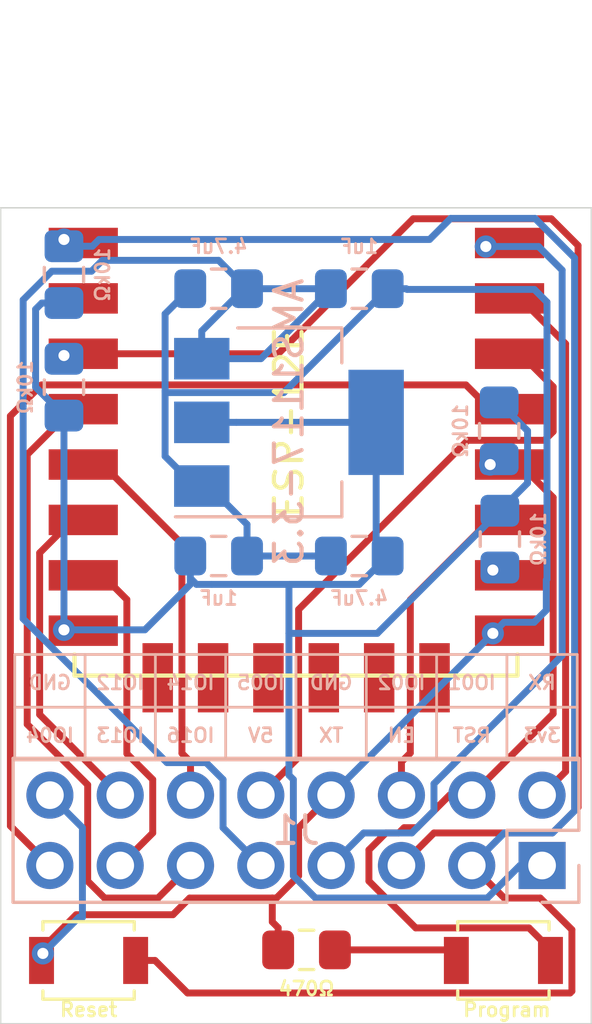
<source format=kicad_pcb>
(kicad_pcb (version 20171130) (host pcbnew "(5.1.4-0)")

  (general
    (thickness 1.6)
    (drawings 33)
    (tracks 211)
    (zones 0)
    (modules 14)
    (nets 18)
  )

  (page A4)
  (layers
    (0 F.Cu signal)
    (31 B.Cu signal)
    (32 B.Adhes user)
    (33 F.Adhes user)
    (34 B.Paste user)
    (35 F.Paste user)
    (36 B.SilkS user)
    (37 F.SilkS user)
    (38 B.Mask user)
    (39 F.Mask user)
    (40 Dwgs.User user)
    (41 Cmts.User user)
    (42 Eco1.User user)
    (43 Eco2.User user)
    (44 Edge.Cuts user)
    (45 Margin user)
    (46 B.CrtYd user)
    (47 F.CrtYd user)
    (48 B.Fab user)
    (49 F.Fab user)
  )

  (setup
    (last_trace_width 0.25)
    (trace_clearance 0.2)
    (zone_clearance 0.508)
    (zone_45_only no)
    (trace_min 0.2)
    (via_size 0.8)
    (via_drill 0.4)
    (via_min_size 0.4)
    (via_min_drill 0.3)
    (uvia_size 0.3)
    (uvia_drill 0.1)
    (uvias_allowed no)
    (uvia_min_size 0.2)
    (uvia_min_drill 0.1)
    (edge_width 0.05)
    (segment_width 0.2)
    (pcb_text_width 0.3)
    (pcb_text_size 1.5 1.5)
    (mod_edge_width 0.12)
    (mod_text_size 1 1)
    (mod_text_width 0.15)
    (pad_size 1.524 1.524)
    (pad_drill 0.762)
    (pad_to_mask_clearance 0.051)
    (solder_mask_min_width 0.25)
    (aux_axis_origin 0 0)
    (visible_elements FFFFFF7F)
    (pcbplotparams
      (layerselection 0x010fc_ffffffff)
      (usegerberextensions false)
      (usegerberattributes false)
      (usegerberadvancedattributes false)
      (creategerberjobfile false)
      (excludeedgelayer true)
      (linewidth 0.100000)
      (plotframeref false)
      (viasonmask false)
      (mode 1)
      (useauxorigin false)
      (hpglpennumber 1)
      (hpglpenspeed 20)
      (hpglpendiameter 15.000000)
      (psnegative false)
      (psa4output false)
      (plotreference true)
      (plotvalue true)
      (plotinvisibletext false)
      (padsonsilk false)
      (subtractmaskfromsilk false)
      (outputformat 1)
      (mirror false)
      (drillshape 1)
      (scaleselection 1)
      (outputdirectory ""))
  )

  (net 0 "")
  (net 1 +5V)
  (net 2 GND)
  (net 3 +3.3V)
  (net 4 "Net-(J1-Pad13)")
  (net 5 "Net-(J1-Pad14)")
  (net 6 "Net-(J1-Pad11)")
  (net 7 "Net-(J1-Pad12)")
  (net 8 "Net-(J1-Pad4)")
  (net 9 "Net-(J1-Pad3)")
  (net 10 "Net-(J1-Pad6)")
  (net 11 "Net-(J1-Pad5)")
  (net 12 "Net-(J1-Pad2)")
  (net 13 "Net-(J1-Pad7)")
  (net 14 "Net-(J1-Pad10)")
  (net 15 "Net-(J1-Pad15)")
  (net 16 "Net-(R4-Pad2)")
  (net 17 "Net-(R5-Pad1)")

  (net_class Default "This is the default net class."
    (clearance 0.2)
    (trace_width 0.25)
    (via_dia 0.8)
    (via_drill 0.4)
    (uvia_dia 0.3)
    (uvia_drill 0.1)
    (add_net +3.3V)
    (add_net +5V)
    (add_net GND)
    (add_net "Net-(J1-Pad10)")
    (add_net "Net-(J1-Pad11)")
    (add_net "Net-(J1-Pad12)")
    (add_net "Net-(J1-Pad13)")
    (add_net "Net-(J1-Pad14)")
    (add_net "Net-(J1-Pad15)")
    (add_net "Net-(J1-Pad2)")
    (add_net "Net-(J1-Pad3)")
    (add_net "Net-(J1-Pad4)")
    (add_net "Net-(J1-Pad5)")
    (add_net "Net-(J1-Pad6)")
    (add_net "Net-(J1-Pad7)")
    (add_net "Net-(R4-Pad2)")
    (add_net "Net-(R5-Pad1)")
  )

  (module Resistor_SMD:R_0805_2012Metric_Pad1.15x1.40mm_HandSolder (layer F.Cu) (tedit 5B36C52B) (tstamp 5E573C62)
    (at 143.129 106.934 180)
    (descr "Resistor SMD 0805 (2012 Metric), square (rectangular) end terminal, IPC_7351 nominal with elongated pad for handsoldering. (Body size source: https://docs.google.com/spreadsheets/d/1BsfQQcO9C6DZCsRaXUlFlo91Tg2WpOkGARC1WS5S8t0/edit?usp=sharing), generated with kicad-footprint-generator")
    (tags "resistor handsolder")
    (path /5E5A201A)
    (attr smd)
    (fp_text reference R5 (at 0 -1.65) (layer F.SilkS) hide
      (effects (font (size 1 1) (thickness 0.15)))
    )
    (fp_text value 470Ω (at 0 -1.397) (layer F.SilkS)
      (effects (font (size 0.5 0.5) (thickness 0.1)))
    )
    (fp_text user %R (at 0 0) (layer F.Fab)
      (effects (font (size 0.5 0.5) (thickness 0.08)))
    )
    (fp_line (start 1.85 0.95) (end -1.85 0.95) (layer F.CrtYd) (width 0.05))
    (fp_line (start 1.85 -0.95) (end 1.85 0.95) (layer F.CrtYd) (width 0.05))
    (fp_line (start -1.85 -0.95) (end 1.85 -0.95) (layer F.CrtYd) (width 0.05))
    (fp_line (start -1.85 0.95) (end -1.85 -0.95) (layer F.CrtYd) (width 0.05))
    (fp_line (start -0.261252 0.71) (end 0.261252 0.71) (layer F.SilkS) (width 0.12))
    (fp_line (start -0.261252 -0.71) (end 0.261252 -0.71) (layer F.SilkS) (width 0.12))
    (fp_line (start 1 0.6) (end -1 0.6) (layer F.Fab) (width 0.1))
    (fp_line (start 1 -0.6) (end 1 0.6) (layer F.Fab) (width 0.1))
    (fp_line (start -1 -0.6) (end 1 -0.6) (layer F.Fab) (width 0.1))
    (fp_line (start -1 0.6) (end -1 -0.6) (layer F.Fab) (width 0.1))
    (pad 2 smd roundrect (at 1.025 0 180) (size 1.15 1.4) (layers F.Cu F.Paste F.Mask) (roundrect_rratio 0.217391)
      (net 2 GND))
    (pad 1 smd roundrect (at -1.025 0 180) (size 1.15 1.4) (layers F.Cu F.Paste F.Mask) (roundrect_rratio 0.217391)
      (net 17 "Net-(R5-Pad1)"))
    (model ${KISYS3DMOD}/Resistor_SMD.3dshapes/R_0805_2012Metric.wrl
      (at (xyz 0 0 0))
      (scale (xyz 1 1 1))
      (rotate (xyz 0 0 0))
    )
  )

  (module Capacitor_SMD:C_0805_2012Metric_Pad1.15x1.40mm_HandSolder (layer B.Cu) (tedit 5B36C52B) (tstamp 5E2B8AC1)
    (at 139.954 83.058 180)
    (descr "Capacitor SMD 0805 (2012 Metric), square (rectangular) end terminal, IPC_7351 nominal with elongated pad for handsoldering. (Body size source: https://docs.google.com/spreadsheets/d/1BsfQQcO9C6DZCsRaXUlFlo91Tg2WpOkGARC1WS5S8t0/edit?usp=sharing), generated with kicad-footprint-generator")
    (tags "capacitor handsolder")
    (path /5E2C9B4B)
    (attr smd)
    (fp_text reference C1 (at -2.54 0 180) (layer B.SilkS) hide
      (effects (font (size 1 1) (thickness 0.15)) (justify mirror))
    )
    (fp_text value 4.7uF (at 0 1.524 180) (layer B.SilkS)
      (effects (font (size 0.5 0.5) (thickness 0.1)) (justify mirror))
    )
    (fp_line (start -1 -0.6) (end -1 0.6) (layer B.Fab) (width 0.1))
    (fp_line (start -1 0.6) (end 1 0.6) (layer B.Fab) (width 0.1))
    (fp_line (start 1 0.6) (end 1 -0.6) (layer B.Fab) (width 0.1))
    (fp_line (start 1 -0.6) (end -1 -0.6) (layer B.Fab) (width 0.1))
    (fp_line (start -0.261252 0.71) (end 0.261252 0.71) (layer B.SilkS) (width 0.12))
    (fp_line (start -0.261252 -0.71) (end 0.261252 -0.71) (layer B.SilkS) (width 0.12))
    (fp_line (start -1.85 -0.95) (end -1.85 0.95) (layer B.CrtYd) (width 0.05))
    (fp_line (start -1.85 0.95) (end 1.85 0.95) (layer B.CrtYd) (width 0.05))
    (fp_line (start 1.85 0.95) (end 1.85 -0.95) (layer B.CrtYd) (width 0.05))
    (fp_line (start 1.85 -0.95) (end -1.85 -0.95) (layer B.CrtYd) (width 0.05))
    (fp_text user %R (at 0 0 180) (layer B.Fab)
      (effects (font (size 0.5 0.5) (thickness 0.08)) (justify mirror))
    )
    (pad 1 smd roundrect (at -1.025 0 180) (size 1.15 1.4) (layers B.Cu B.Paste B.Mask) (roundrect_rratio 0.217391)
      (net 1 +5V))
    (pad 2 smd roundrect (at 1.025 0 180) (size 1.15 1.4) (layers B.Cu B.Paste B.Mask) (roundrect_rratio 0.217391)
      (net 2 GND))
    (model ${KISYS3DMOD}/Capacitor_SMD.3dshapes/C_0805_2012Metric.wrl
      (at (xyz 0 0 0))
      (scale (xyz 1 1 1))
      (rotate (xyz 0 0 0))
    )
  )

  (module Capacitor_SMD:C_0805_2012Metric_Pad1.15x1.40mm_HandSolder (layer B.Cu) (tedit 5B36C52B) (tstamp 5E2B8B51)
    (at 145.034 83.058)
    (descr "Capacitor SMD 0805 (2012 Metric), square (rectangular) end terminal, IPC_7351 nominal with elongated pad for handsoldering. (Body size source: https://docs.google.com/spreadsheets/d/1BsfQQcO9C6DZCsRaXUlFlo91Tg2WpOkGARC1WS5S8t0/edit?usp=sharing), generated with kicad-footprint-generator")
    (tags "capacitor handsolder")
    (path /5E2C885E)
    (attr smd)
    (fp_text reference C2 (at -2.54 0 180) (layer B.SilkS) hide
      (effects (font (size 1 1) (thickness 0.15)) (justify mirror))
    )
    (fp_text value 1uF (at 0 -1.524 180) (layer B.SilkS)
      (effects (font (size 0.5 0.5) (thickness 0.1)) (justify mirror))
    )
    (fp_text user %R (at 0 0 180) (layer B.Fab)
      (effects (font (size 0.5 0.5) (thickness 0.08)) (justify mirror))
    )
    (fp_line (start 1.85 -0.95) (end -1.85 -0.95) (layer B.CrtYd) (width 0.05))
    (fp_line (start 1.85 0.95) (end 1.85 -0.95) (layer B.CrtYd) (width 0.05))
    (fp_line (start -1.85 0.95) (end 1.85 0.95) (layer B.CrtYd) (width 0.05))
    (fp_line (start -1.85 -0.95) (end -1.85 0.95) (layer B.CrtYd) (width 0.05))
    (fp_line (start -0.261252 -0.71) (end 0.261252 -0.71) (layer B.SilkS) (width 0.12))
    (fp_line (start -0.261252 0.71) (end 0.261252 0.71) (layer B.SilkS) (width 0.12))
    (fp_line (start 1 -0.6) (end -1 -0.6) (layer B.Fab) (width 0.1))
    (fp_line (start 1 0.6) (end 1 -0.6) (layer B.Fab) (width 0.1))
    (fp_line (start -1 0.6) (end 1 0.6) (layer B.Fab) (width 0.1))
    (fp_line (start -1 -0.6) (end -1 0.6) (layer B.Fab) (width 0.1))
    (pad 2 smd roundrect (at 1.025 0) (size 1.15 1.4) (layers B.Cu B.Paste B.Mask) (roundrect_rratio 0.217391)
      (net 2 GND))
    (pad 1 smd roundrect (at -1.025 0) (size 1.15 1.4) (layers B.Cu B.Paste B.Mask) (roundrect_rratio 0.217391)
      (net 1 +5V))
    (model ${KISYS3DMOD}/Capacitor_SMD.3dshapes/C_0805_2012Metric.wrl
      (at (xyz 0 0 0))
      (scale (xyz 1 1 1))
      (rotate (xyz 0 0 0))
    )
  )

  (module Capacitor_SMD:C_0805_2012Metric_Pad1.15x1.40mm_HandSolder (layer B.Cu) (tedit 5B36C52B) (tstamp 5E2B8B21)
    (at 145.034 92.71 180)
    (descr "Capacitor SMD 0805 (2012 Metric), square (rectangular) end terminal, IPC_7351 nominal with elongated pad for handsoldering. (Body size source: https://docs.google.com/spreadsheets/d/1BsfQQcO9C6DZCsRaXUlFlo91Tg2WpOkGARC1WS5S8t0/edit?usp=sharing), generated with kicad-footprint-generator")
    (tags "capacitor handsolder")
    (path /5E2C9EE9)
    (attr smd)
    (fp_text reference C3 (at 0 1.65 180) (layer B.SilkS) hide
      (effects (font (size 1 1) (thickness 0.15)) (justify mirror))
    )
    (fp_text value 4.7uF (at 0 -1.524 180) (layer B.SilkS)
      (effects (font (size 0.5 0.5) (thickness 0.1)) (justify mirror))
    )
    (fp_text user %R (at 0 0 180) (layer B.Fab)
      (effects (font (size 0.5 0.5) (thickness 0.08)) (justify mirror))
    )
    (fp_line (start 1.85 -0.95) (end -1.85 -0.95) (layer B.CrtYd) (width 0.05))
    (fp_line (start 1.85 0.95) (end 1.85 -0.95) (layer B.CrtYd) (width 0.05))
    (fp_line (start -1.85 0.95) (end 1.85 0.95) (layer B.CrtYd) (width 0.05))
    (fp_line (start -1.85 -0.95) (end -1.85 0.95) (layer B.CrtYd) (width 0.05))
    (fp_line (start -0.261252 -0.71) (end 0.261252 -0.71) (layer B.SilkS) (width 0.12))
    (fp_line (start -0.261252 0.71) (end 0.261252 0.71) (layer B.SilkS) (width 0.12))
    (fp_line (start 1 -0.6) (end -1 -0.6) (layer B.Fab) (width 0.1))
    (fp_line (start 1 0.6) (end 1 -0.6) (layer B.Fab) (width 0.1))
    (fp_line (start -1 0.6) (end 1 0.6) (layer B.Fab) (width 0.1))
    (fp_line (start -1 -0.6) (end -1 0.6) (layer B.Fab) (width 0.1))
    (pad 2 smd roundrect (at 1.025 0 180) (size 1.15 1.4) (layers B.Cu B.Paste B.Mask) (roundrect_rratio 0.217391)
      (net 2 GND))
    (pad 1 smd roundrect (at -1.025 0 180) (size 1.15 1.4) (layers B.Cu B.Paste B.Mask) (roundrect_rratio 0.217391)
      (net 3 +3.3V))
    (model ${KISYS3DMOD}/Capacitor_SMD.3dshapes/C_0805_2012Metric.wrl
      (at (xyz 0 0 0))
      (scale (xyz 1 1 1))
      (rotate (xyz 0 0 0))
    )
  )

  (module Capacitor_SMD:C_0805_2012Metric_Pad1.15x1.40mm_HandSolder (layer B.Cu) (tedit 5B36C52B) (tstamp 5E2B8AF1)
    (at 139.954 92.71)
    (descr "Capacitor SMD 0805 (2012 Metric), square (rectangular) end terminal, IPC_7351 nominal with elongated pad for handsoldering. (Body size source: https://docs.google.com/spreadsheets/d/1BsfQQcO9C6DZCsRaXUlFlo91Tg2WpOkGARC1WS5S8t0/edit?usp=sharing), generated with kicad-footprint-generator")
    (tags "capacitor handsolder")
    (path /5E2CA7D4)
    (attr smd)
    (fp_text reference C4 (at 0 1.65 180) (layer B.SilkS) hide
      (effects (font (size 1 1) (thickness 0.15)) (justify mirror))
    )
    (fp_text value 1uF (at 0 1.524 180) (layer B.SilkS)
      (effects (font (size 0.5 0.5) (thickness 0.1)) (justify mirror))
    )
    (fp_line (start -1 -0.6) (end -1 0.6) (layer B.Fab) (width 0.1))
    (fp_line (start -1 0.6) (end 1 0.6) (layer B.Fab) (width 0.1))
    (fp_line (start 1 0.6) (end 1 -0.6) (layer B.Fab) (width 0.1))
    (fp_line (start 1 -0.6) (end -1 -0.6) (layer B.Fab) (width 0.1))
    (fp_line (start -0.261252 0.71) (end 0.261252 0.71) (layer B.SilkS) (width 0.12))
    (fp_line (start -0.261252 -0.71) (end 0.261252 -0.71) (layer B.SilkS) (width 0.12))
    (fp_line (start -1.85 -0.95) (end -1.85 0.95) (layer B.CrtYd) (width 0.05))
    (fp_line (start -1.85 0.95) (end 1.85 0.95) (layer B.CrtYd) (width 0.05))
    (fp_line (start 1.85 0.95) (end 1.85 -0.95) (layer B.CrtYd) (width 0.05))
    (fp_line (start 1.85 -0.95) (end -1.85 -0.95) (layer B.CrtYd) (width 0.05))
    (fp_text user %R (at 0 0 180) (layer B.Fab)
      (effects (font (size 0.5 0.5) (thickness 0.08)) (justify mirror))
    )
    (pad 1 smd roundrect (at -1.025 0) (size 1.15 1.4) (layers B.Cu B.Paste B.Mask) (roundrect_rratio 0.217391)
      (net 3 +3.3V))
    (pad 2 smd roundrect (at 1.025 0) (size 1.15 1.4) (layers B.Cu B.Paste B.Mask) (roundrect_rratio 0.217391)
      (net 2 GND))
    (model ${KISYS3DMOD}/Capacitor_SMD.3dshapes/C_0805_2012Metric.wrl
      (at (xyz 0 0 0))
      (scale (xyz 1 1 1))
      (rotate (xyz 0 0 0))
    )
  )

  (module Package_TO_SOT_SMD:SOT-223-3_TabPin2 (layer B.Cu) (tedit 5A02FF57) (tstamp 5E2B8B86)
    (at 142.494 87.884)
    (descr "module CMS SOT223 4 pins")
    (tags "CMS SOT")
    (path /5E27B7A0)
    (attr smd)
    (fp_text reference U1 (at 0 4.5 180) (layer B.SilkS) hide
      (effects (font (size 1 1) (thickness 0.15)) (justify mirror))
    )
    (fp_text value AMS1117-3.3 (at 0 0 270) (layer B.SilkS)
      (effects (font (size 1 1) (thickness 0.15)) (justify mirror))
    )
    (fp_text user %R (at 0 0 90) (layer B.Fab)
      (effects (font (size 0.8 0.8) (thickness 0.12)) (justify mirror))
    )
    (fp_line (start 1.91 -3.41) (end 1.91 -2.15) (layer B.SilkS) (width 0.12))
    (fp_line (start 1.91 3.41) (end 1.91 2.15) (layer B.SilkS) (width 0.12))
    (fp_line (start 4.4 3.6) (end -4.4 3.6) (layer B.CrtYd) (width 0.05))
    (fp_line (start 4.4 -3.6) (end 4.4 3.6) (layer B.CrtYd) (width 0.05))
    (fp_line (start -4.4 -3.6) (end 4.4 -3.6) (layer B.CrtYd) (width 0.05))
    (fp_line (start -4.4 3.6) (end -4.4 -3.6) (layer B.CrtYd) (width 0.05))
    (fp_line (start -1.85 2.35) (end -0.85 3.35) (layer B.Fab) (width 0.1))
    (fp_line (start -1.85 2.35) (end -1.85 -3.35) (layer B.Fab) (width 0.1))
    (fp_line (start -1.85 -3.41) (end 1.91 -3.41) (layer B.SilkS) (width 0.12))
    (fp_line (start -0.85 3.35) (end 1.85 3.35) (layer B.Fab) (width 0.1))
    (fp_line (start -4.1 3.41) (end 1.91 3.41) (layer B.SilkS) (width 0.12))
    (fp_line (start -1.85 -3.35) (end 1.85 -3.35) (layer B.Fab) (width 0.1))
    (fp_line (start 1.85 3.35) (end 1.85 -3.35) (layer B.Fab) (width 0.1))
    (pad 2 smd rect (at 3.15 0) (size 2 3.8) (layers B.Cu B.Paste B.Mask)
      (net 3 +3.3V))
    (pad 2 smd rect (at -3.15 0) (size 2 1.5) (layers B.Cu B.Paste B.Mask)
      (net 3 +3.3V))
    (pad 3 smd rect (at -3.15 -2.3) (size 2 1.5) (layers B.Cu B.Paste B.Mask)
      (net 1 +5V))
    (pad 1 smd rect (at -3.15 2.3) (size 2 1.5) (layers B.Cu B.Paste B.Mask)
      (net 2 GND))
    (model ${KISYS3DMOD}/Package_TO_SOT_SMD.3dshapes/SOT-223.wrl
      (at (xyz 0 0 0))
      (scale (xyz 1 1 1))
      (rotate (xyz 0 0 0))
    )
  )

  (module ESP8266:ESP-12E_SMD (layer F.Cu) (tedit 58FB7FFE) (tstamp 5E5741F0)
    (at 135.763 81.407)
    (descr "Module, ESP-8266, ESP-12, 16 pad, SMD")
    (tags "Module ESP-8266 ESP8266")
    (path /5E297A2C)
    (fp_text reference U2 (at 6.731 6.35 90) (layer F.SilkS) hide
      (effects (font (size 1 1) (thickness 0.15)))
    )
    (fp_text value ESP-12E (at 6.731 6.477 90) (layer F.SilkS)
      (effects (font (size 1 1) (thickness 0.15)))
    )
    (fp_line (start -2.25 -0.5) (end -2.25 -8.75) (layer F.CrtYd) (width 0.05))
    (fp_line (start -2.25 -8.75) (end 15.25 -8.75) (layer F.CrtYd) (width 0.05))
    (fp_line (start 15.25 -8.75) (end 16.25 -8.75) (layer F.CrtYd) (width 0.05))
    (fp_line (start 16.25 -8.75) (end 16.25 16) (layer F.CrtYd) (width 0.05))
    (fp_line (start 16.25 16) (end -2.25 16) (layer F.CrtYd) (width 0.05))
    (fp_line (start -2.25 16) (end -2.25 -0.5) (layer F.CrtYd) (width 0.05))
    (fp_line (start -1.016 -8.382) (end 14.986 -8.382) (layer F.CrtYd) (width 0.1524))
    (fp_line (start 14.986 -8.382) (end 14.986 -0.889) (layer F.CrtYd) (width 0.1524))
    (fp_line (start -1.016 -8.382) (end -1.016 -1.016) (layer F.CrtYd) (width 0.1524))
    (fp_line (start -1.016 14.859) (end -1.016 15.621) (layer F.SilkS) (width 0.1524))
    (fp_line (start -1.016 15.621) (end 14.986 15.621) (layer F.SilkS) (width 0.1524))
    (fp_line (start 14.986 15.621) (end 14.986 14.859) (layer F.SilkS) (width 0.1524))
    (fp_line (start 14.992 -8.4) (end -1.008 -2.6) (layer F.CrtYd) (width 0.1524))
    (fp_line (start -1.008 -8.4) (end 14.992 -2.6) (layer F.CrtYd) (width 0.1524))
    (fp_text user "No Copper" (at 6.892 -5.4) (layer F.CrtYd)
      (effects (font (size 1 1) (thickness 0.15)))
    )
    (fp_line (start -1.008 -2.6) (end 14.992 -2.6) (layer F.CrtYd) (width 0.1524))
    (fp_line (start 15 -8.4) (end 15 15.6) (layer F.Fab) (width 0.05))
    (fp_line (start 14.992 15.6) (end -1.008 15.6) (layer F.Fab) (width 0.05))
    (fp_line (start -1.008 15.6) (end -1.008 -8.4) (layer F.Fab) (width 0.05))
    (fp_line (start -1.008 -8.4) (end 14.992 -8.4) (layer F.Fab) (width 0.05))
    (pad 1 smd rect (at 0 0) (size 2.5 1.1) (drill (offset -0.7 0)) (layers F.Cu F.Paste F.Mask)
      (net 9 "Net-(J1-Pad3)"))
    (pad 2 smd rect (at 0 2) (size 2.5 1.1) (drill (offset -0.7 0)) (layers F.Cu F.Paste F.Mask))
    (pad 3 smd rect (at 0 4) (size 2.5 1.1) (drill (offset -0.7 0)) (layers F.Cu F.Paste F.Mask)
      (net 11 "Net-(J1-Pad5)"))
    (pad 4 smd rect (at 0 6) (size 2.5 1.1) (drill (offset -0.7 0)) (layers F.Cu F.Paste F.Mask)
      (net 6 "Net-(J1-Pad11)"))
    (pad 5 smd rect (at 0 8) (size 2.5 1.1) (drill (offset -0.7 0)) (layers F.Cu F.Paste F.Mask)
      (net 7 "Net-(J1-Pad12)"))
    (pad 6 smd rect (at 0 10) (size 2.5 1.1) (drill (offset -0.7 0)) (layers F.Cu F.Paste F.Mask)
      (net 5 "Net-(J1-Pad14)"))
    (pad 7 smd rect (at 0 12) (size 2.5 1.1) (drill (offset -0.7 0)) (layers F.Cu F.Paste F.Mask)
      (net 4 "Net-(J1-Pad13)"))
    (pad 8 smd rect (at 0 14) (size 2.5 1.1) (drill (offset -0.7 0)) (layers F.Cu F.Paste F.Mask)
      (net 3 +3.3V))
    (pad 9 smd rect (at 14 14) (size 2.5 1.1) (drill (offset 0.7 0)) (layers F.Cu F.Paste F.Mask)
      (net 2 GND))
    (pad 10 smd rect (at 14 12) (size 2.5 1.1) (drill (offset 0.7 0)) (layers F.Cu F.Paste F.Mask)
      (net 16 "Net-(R4-Pad2)"))
    (pad 11 smd rect (at 14 10) (size 2.5 1.1) (drill (offset 0.7 0)) (layers F.Cu F.Paste F.Mask)
      (net 10 "Net-(J1-Pad6)"))
    (pad 12 smd rect (at 14 8) (size 2.5 1.1) (drill (offset 0.7 0)) (layers F.Cu F.Paste F.Mask)
      (net 8 "Net-(J1-Pad4)"))
    (pad 13 smd rect (at 14 6) (size 2.5 1.1) (drill (offset 0.7 0)) (layers F.Cu F.Paste F.Mask)
      (net 15 "Net-(J1-Pad15)"))
    (pad 14 smd rect (at 14 4) (size 2.5 1.1) (drill (offset 0.7 0)) (layers F.Cu F.Paste F.Mask)
      (net 14 "Net-(J1-Pad10)"))
    (pad 15 smd rect (at 14 2) (size 2.5 1.1) (drill (offset 0.7 0)) (layers F.Cu F.Paste F.Mask)
      (net 12 "Net-(J1-Pad2)"))
    (pad 16 smd rect (at 14 0) (size 2.5 1.1) (drill (offset 0.7 0)) (layers F.Cu F.Paste F.Mask)
      (net 13 "Net-(J1-Pad7)"))
    (pad 17 smd rect (at 1.99 15 90) (size 2.5 1.1) (drill (offset -0.7 0)) (layers F.Cu F.Paste F.Mask))
    (pad 18 smd rect (at 3.99 15 90) (size 2.5 1.1) (drill (offset -0.7 0)) (layers F.Cu F.Paste F.Mask))
    (pad 19 smd rect (at 5.99 15 90) (size 2.5 1.1) (drill (offset -0.7 0)) (layers F.Cu F.Paste F.Mask))
    (pad 20 smd rect (at 7.99 15 90) (size 2.5 1.1) (drill (offset -0.7 0)) (layers F.Cu F.Paste F.Mask))
    (pad 21 smd rect (at 9.99 15 90) (size 2.5 1.1) (drill (offset -0.7 0)) (layers F.Cu F.Paste F.Mask))
    (pad 22 smd rect (at 11.99 15 90) (size 2.5 1.1) (drill (offset -0.7 0)) (layers F.Cu F.Paste F.Mask))
    (model ${ESPLIB}/ESP8266.3dshapes/ESP-12.wrl
      (at (xyz 0 0 0))
      (scale (xyz 0.3937 0.3937 0.3937))
      (rotate (xyz 0 0 0))
    )
  )

  (module Connector_PinHeader_2.54mm:PinHeader_2x08_P2.54mm_Vertical (layer B.Cu) (tedit 59FED5CC) (tstamp 5E2E1A4F)
    (at 151.638 103.886 90)
    (descr "Through hole straight pin header, 2x08, 2.54mm pitch, double rows")
    (tags "Through hole pin header THT 2x08 2.54mm double row")
    (path /5E3952BB)
    (fp_text reference J1 (at 1.27 -8.89 180) (layer B.SilkS)
      (effects (font (size 1 1) (thickness 0.15)) (justify mirror))
    )
    (fp_text value Header (at 4.318 -9.398 180) (layer B.Fab) hide
      (effects (font (size 1 1) (thickness 0.15)) (justify mirror))
    )
    (fp_line (start 0 1.27) (end 3.81 1.27) (layer B.Fab) (width 0.1))
    (fp_line (start 3.81 1.27) (end 3.81 -19.05) (layer B.Fab) (width 0.1))
    (fp_line (start 3.81 -19.05) (end -1.27 -19.05) (layer B.Fab) (width 0.1))
    (fp_line (start -1.27 -19.05) (end -1.27 0) (layer B.Fab) (width 0.1))
    (fp_line (start -1.27 0) (end 0 1.27) (layer B.Fab) (width 0.1))
    (fp_line (start -1.33 -19.11) (end 3.87 -19.11) (layer B.SilkS) (width 0.12))
    (fp_line (start -1.33 -1.27) (end -1.33 -19.11) (layer B.SilkS) (width 0.12))
    (fp_line (start 3.87 1.33) (end 3.87 -19.11) (layer B.SilkS) (width 0.12))
    (fp_line (start -1.33 -1.27) (end 1.27 -1.27) (layer B.SilkS) (width 0.12))
    (fp_line (start 1.27 -1.27) (end 1.27 1.33) (layer B.SilkS) (width 0.12))
    (fp_line (start 1.27 1.33) (end 3.87 1.33) (layer B.SilkS) (width 0.12))
    (fp_line (start -1.33 0) (end -1.33 1.33) (layer B.SilkS) (width 0.12))
    (fp_line (start -1.33 1.33) (end 0 1.33) (layer B.SilkS) (width 0.12))
    (fp_line (start -1.8 1.8) (end -1.8 -19.55) (layer B.CrtYd) (width 0.05))
    (fp_line (start -1.8 -19.55) (end 4.35 -19.55) (layer B.CrtYd) (width 0.05))
    (fp_line (start 4.35 -19.55) (end 4.35 1.8) (layer B.CrtYd) (width 0.05))
    (fp_line (start 4.35 1.8) (end -1.8 1.8) (layer B.CrtYd) (width 0.05))
    (fp_text user %R (at 1.27 -8.89 180) (layer B.Fab)
      (effects (font (size 1 1) (thickness 0.15)) (justify mirror))
    )
    (pad 1 thru_hole rect (at 0 0 90) (size 1.7 1.7) (drill 1) (layers *.Cu *.Mask)
      (net 3 +3.3V))
    (pad 2 thru_hole oval (at 2.54 0 90) (size 1.7 1.7) (drill 1) (layers *.Cu *.Mask)
      (net 12 "Net-(J1-Pad2)"))
    (pad 3 thru_hole oval (at 0 -2.54 90) (size 1.7 1.7) (drill 1) (layers *.Cu *.Mask)
      (net 9 "Net-(J1-Pad3)"))
    (pad 4 thru_hole oval (at 2.54 -2.54 90) (size 1.7 1.7) (drill 1) (layers *.Cu *.Mask)
      (net 8 "Net-(J1-Pad4)"))
    (pad 5 thru_hole oval (at 0 -5.08 90) (size 1.7 1.7) (drill 1) (layers *.Cu *.Mask)
      (net 11 "Net-(J1-Pad5)"))
    (pad 6 thru_hole oval (at 2.54 -5.08 90) (size 1.7 1.7) (drill 1) (layers *.Cu *.Mask)
      (net 10 "Net-(J1-Pad6)"))
    (pad 7 thru_hole oval (at 0 -7.62 90) (size 1.7 1.7) (drill 1) (layers *.Cu *.Mask)
      (net 13 "Net-(J1-Pad7)"))
    (pad 8 thru_hole oval (at 2.54 -7.62 90) (size 1.7 1.7) (drill 1) (layers *.Cu *.Mask)
      (net 2 GND))
    (pad 9 thru_hole oval (at 0 -10.16 90) (size 1.7 1.7) (drill 1) (layers *.Cu *.Mask)
      (net 1 +5V))
    (pad 10 thru_hole oval (at 2.54 -10.16 90) (size 1.7 1.7) (drill 1) (layers *.Cu *.Mask)
      (net 14 "Net-(J1-Pad10)"))
    (pad 11 thru_hole oval (at 0 -12.7 90) (size 1.7 1.7) (drill 1) (layers *.Cu *.Mask)
      (net 6 "Net-(J1-Pad11)"))
    (pad 12 thru_hole oval (at 2.54 -12.7 90) (size 1.7 1.7) (drill 1) (layers *.Cu *.Mask)
      (net 7 "Net-(J1-Pad12)"))
    (pad 13 thru_hole oval (at 0 -15.24 90) (size 1.7 1.7) (drill 1) (layers *.Cu *.Mask)
      (net 4 "Net-(J1-Pad13)"))
    (pad 14 thru_hole oval (at 2.54 -15.24 90) (size 1.7 1.7) (drill 1) (layers *.Cu *.Mask)
      (net 5 "Net-(J1-Pad14)"))
    (pad 15 thru_hole oval (at 0 -17.78 90) (size 1.7 1.7) (drill 1) (layers *.Cu *.Mask)
      (net 15 "Net-(J1-Pad15)"))
    (pad 16 thru_hole oval (at 2.54 -17.78 90) (size 1.7 1.7) (drill 1) (layers *.Cu *.Mask)
      (net 2 GND))
    (model ${KISYS3DMOD}/Connector_PinHeader_2.54mm.3dshapes/PinHeader_2x08_P2.54mm_Vertical.wrl
      (at (xyz 0 0 0))
      (scale (xyz 1 1 1))
      (rotate (xyz 0 0 0))
    )
  )

  (module Resistor_SMD:R_0805_2012Metric_Pad1.15x1.40mm_HandSolder (layer B.Cu) (tedit 5B36C52B) (tstamp 5E567A55)
    (at 134.366 86.614 90)
    (descr "Resistor SMD 0805 (2012 Metric), square (rectangular) end terminal, IPC_7351 nominal with elongated pad for handsoldering. (Body size source: https://docs.google.com/spreadsheets/d/1BsfQQcO9C6DZCsRaXUlFlo91Tg2WpOkGARC1WS5S8t0/edit?usp=sharing), generated with kicad-footprint-generator")
    (tags "resistor handsolder")
    (path /5E5639CE)
    (attr smd)
    (fp_text reference R1 (at 0 1.65 90) (layer B.SilkS) hide
      (effects (font (size 1 1) (thickness 0.15)) (justify mirror))
    )
    (fp_text value 10kΩ (at 0 -1.397 90) (layer B.SilkS)
      (effects (font (size 0.5 0.5) (thickness 0.1)) (justify mirror))
    )
    (fp_line (start -1 -0.6) (end -1 0.6) (layer B.Fab) (width 0.1))
    (fp_line (start -1 0.6) (end 1 0.6) (layer B.Fab) (width 0.1))
    (fp_line (start 1 0.6) (end 1 -0.6) (layer B.Fab) (width 0.1))
    (fp_line (start 1 -0.6) (end -1 -0.6) (layer B.Fab) (width 0.1))
    (fp_line (start -0.261252 0.71) (end 0.261252 0.71) (layer B.SilkS) (width 0.12))
    (fp_line (start -0.261252 -0.71) (end 0.261252 -0.71) (layer B.SilkS) (width 0.12))
    (fp_line (start -1.85 -0.95) (end -1.85 0.95) (layer B.CrtYd) (width 0.05))
    (fp_line (start -1.85 0.95) (end 1.85 0.95) (layer B.CrtYd) (width 0.05))
    (fp_line (start 1.85 0.95) (end 1.85 -0.95) (layer B.CrtYd) (width 0.05))
    (fp_line (start 1.85 -0.95) (end -1.85 -0.95) (layer B.CrtYd) (width 0.05))
    (fp_text user %R (at 0 0 90) (layer B.Fab)
      (effects (font (size 0.5 0.5) (thickness 0.08)) (justify mirror))
    )
    (pad 1 smd roundrect (at -1.025 0 90) (size 1.15 1.4) (layers B.Cu B.Paste B.Mask) (roundrect_rratio 0.217391)
      (net 3 +3.3V))
    (pad 2 smd roundrect (at 1.025 0 90) (size 1.15 1.4) (layers B.Cu B.Paste B.Mask) (roundrect_rratio 0.217391)
      (net 11 "Net-(J1-Pad5)"))
    (model ${KISYS3DMOD}/Resistor_SMD.3dshapes/R_0805_2012Metric.wrl
      (at (xyz 0 0 0))
      (scale (xyz 1 1 1))
      (rotate (xyz 0 0 0))
    )
  )

  (module Resistor_SMD:R_0805_2012Metric_Pad1.15x1.40mm_HandSolder (layer B.Cu) (tedit 5B36C52B) (tstamp 5E567A66)
    (at 134.366 82.55 270)
    (descr "Resistor SMD 0805 (2012 Metric), square (rectangular) end terminal, IPC_7351 nominal with elongated pad for handsoldering. (Body size source: https://docs.google.com/spreadsheets/d/1BsfQQcO9C6DZCsRaXUlFlo91Tg2WpOkGARC1WS5S8t0/edit?usp=sharing), generated with kicad-footprint-generator")
    (tags "resistor handsolder")
    (path /5E563C3F)
    (attr smd)
    (fp_text reference R2 (at 0 1.65 90) (layer B.SilkS) hide
      (effects (font (size 1 1) (thickness 0.15)) (justify mirror))
    )
    (fp_text value 10kΩ (at 0 -1.397 90) (layer B.SilkS)
      (effects (font (size 0.5 0.5) (thickness 0.1)) (justify mirror))
    )
    (fp_line (start -1 -0.6) (end -1 0.6) (layer B.Fab) (width 0.1))
    (fp_line (start -1 0.6) (end 1 0.6) (layer B.Fab) (width 0.1))
    (fp_line (start 1 0.6) (end 1 -0.6) (layer B.Fab) (width 0.1))
    (fp_line (start 1 -0.6) (end -1 -0.6) (layer B.Fab) (width 0.1))
    (fp_line (start -0.261252 0.71) (end 0.261252 0.71) (layer B.SilkS) (width 0.12))
    (fp_line (start -0.261252 -0.71) (end 0.261252 -0.71) (layer B.SilkS) (width 0.12))
    (fp_line (start -1.85 -0.95) (end -1.85 0.95) (layer B.CrtYd) (width 0.05))
    (fp_line (start -1.85 0.95) (end 1.85 0.95) (layer B.CrtYd) (width 0.05))
    (fp_line (start 1.85 0.95) (end 1.85 -0.95) (layer B.CrtYd) (width 0.05))
    (fp_line (start 1.85 -0.95) (end -1.85 -0.95) (layer B.CrtYd) (width 0.05))
    (fp_text user %R (at 0 0 90) (layer B.Fab)
      (effects (font (size 0.5 0.5) (thickness 0.08)) (justify mirror))
    )
    (pad 1 smd roundrect (at -1.025 0 270) (size 1.15 1.4) (layers B.Cu B.Paste B.Mask) (roundrect_rratio 0.217391)
      (net 9 "Net-(J1-Pad3)"))
    (pad 2 smd roundrect (at 1.025 0 270) (size 1.15 1.4) (layers B.Cu B.Paste B.Mask) (roundrect_rratio 0.217391)
      (net 3 +3.3V))
    (model ${KISYS3DMOD}/Resistor_SMD.3dshapes/R_0805_2012Metric.wrl
      (at (xyz 0 0 0))
      (scale (xyz 1 1 1))
      (rotate (xyz 0 0 0))
    )
  )

  (module Resistor_SMD:R_0805_2012Metric_Pad1.15x1.40mm_HandSolder (layer B.Cu) (tedit 5B36C52B) (tstamp 5E569317)
    (at 150.0886 88.1888 90)
    (descr "Resistor SMD 0805 (2012 Metric), square (rectangular) end terminal, IPC_7351 nominal with elongated pad for handsoldering. (Body size source: https://docs.google.com/spreadsheets/d/1BsfQQcO9C6DZCsRaXUlFlo91Tg2WpOkGARC1WS5S8t0/edit?usp=sharing), generated with kicad-footprint-generator")
    (tags "resistor handsolder")
    (path /5E56376D)
    (attr smd)
    (fp_text reference R3 (at 0 1.65 90) (layer B.SilkS) hide
      (effects (font (size 1 1) (thickness 0.15)) (justify mirror))
    )
    (fp_text value 10kΩ (at 0 -1.397 90) (layer B.SilkS)
      (effects (font (size 0.5 0.5) (thickness 0.1)) (justify mirror))
    )
    (fp_text user %R (at 0 0 90) (layer B.Fab)
      (effects (font (size 0.5 0.5) (thickness 0.08)) (justify mirror))
    )
    (fp_line (start 1.85 -0.95) (end -1.85 -0.95) (layer B.CrtYd) (width 0.05))
    (fp_line (start 1.85 0.95) (end 1.85 -0.95) (layer B.CrtYd) (width 0.05))
    (fp_line (start -1.85 0.95) (end 1.85 0.95) (layer B.CrtYd) (width 0.05))
    (fp_line (start -1.85 -0.95) (end -1.85 0.95) (layer B.CrtYd) (width 0.05))
    (fp_line (start -0.261252 -0.71) (end 0.261252 -0.71) (layer B.SilkS) (width 0.12))
    (fp_line (start -0.261252 0.71) (end 0.261252 0.71) (layer B.SilkS) (width 0.12))
    (fp_line (start 1 -0.6) (end -1 -0.6) (layer B.Fab) (width 0.1))
    (fp_line (start 1 0.6) (end 1 -0.6) (layer B.Fab) (width 0.1))
    (fp_line (start -1 0.6) (end 1 0.6) (layer B.Fab) (width 0.1))
    (fp_line (start -1 -0.6) (end -1 0.6) (layer B.Fab) (width 0.1))
    (pad 2 smd roundrect (at 1.025 0 90) (size 1.15 1.4) (layers B.Cu B.Paste B.Mask) (roundrect_rratio 0.217391)
      (net 3 +3.3V))
    (pad 1 smd roundrect (at -1.025 0 90) (size 1.15 1.4) (layers B.Cu B.Paste B.Mask) (roundrect_rratio 0.217391)
      (net 8 "Net-(J1-Pad4)"))
    (model ${KISYS3DMOD}/Resistor_SMD.3dshapes/R_0805_2012Metric.wrl
      (at (xyz 0 0 0))
      (scale (xyz 1 1 1))
      (rotate (xyz 0 0 0))
    )
  )

  (module Resistor_SMD:R_0805_2012Metric_Pad1.15x1.40mm_HandSolder (layer B.Cu) (tedit 5B36C52B) (tstamp 5E569242)
    (at 150.114 92.1004 270)
    (descr "Resistor SMD 0805 (2012 Metric), square (rectangular) end terminal, IPC_7351 nominal with elongated pad for handsoldering. (Body size source: https://docs.google.com/spreadsheets/d/1BsfQQcO9C6DZCsRaXUlFlo91Tg2WpOkGARC1WS5S8t0/edit?usp=sharing), generated with kicad-footprint-generator")
    (tags "resistor handsolder")
    (path /5E563141)
    (attr smd)
    (fp_text reference R4 (at 0 1.65 90) (layer B.SilkS) hide
      (effects (font (size 1 1) (thickness 0.15)) (justify mirror))
    )
    (fp_text value 10kΩ (at 0 -1.397 90) (layer B.SilkS)
      (effects (font (size 0.5 0.5) (thickness 0.1)) (justify mirror))
    )
    (fp_line (start -1 -0.6) (end -1 0.6) (layer B.Fab) (width 0.1))
    (fp_line (start -1 0.6) (end 1 0.6) (layer B.Fab) (width 0.1))
    (fp_line (start 1 0.6) (end 1 -0.6) (layer B.Fab) (width 0.1))
    (fp_line (start 1 -0.6) (end -1 -0.6) (layer B.Fab) (width 0.1))
    (fp_line (start -0.261252 0.71) (end 0.261252 0.71) (layer B.SilkS) (width 0.12))
    (fp_line (start -0.261252 -0.71) (end 0.261252 -0.71) (layer B.SilkS) (width 0.12))
    (fp_line (start -1.85 -0.95) (end -1.85 0.95) (layer B.CrtYd) (width 0.05))
    (fp_line (start -1.85 0.95) (end 1.85 0.95) (layer B.CrtYd) (width 0.05))
    (fp_line (start 1.85 0.95) (end 1.85 -0.95) (layer B.CrtYd) (width 0.05))
    (fp_line (start 1.85 -0.95) (end -1.85 -0.95) (layer B.CrtYd) (width 0.05))
    (fp_text user %R (at 0 0 90) (layer B.Fab)
      (effects (font (size 0.5 0.5) (thickness 0.08)) (justify mirror))
    )
    (pad 1 smd roundrect (at -1.025 0 270) (size 1.15 1.4) (layers B.Cu B.Paste B.Mask) (roundrect_rratio 0.217391)
      (net 3 +3.3V))
    (pad 2 smd roundrect (at 1.025 0 270) (size 1.15 1.4) (layers B.Cu B.Paste B.Mask) (roundrect_rratio 0.217391)
      (net 16 "Net-(R4-Pad2)"))
    (model ${KISYS3DMOD}/Resistor_SMD.3dshapes/R_0805_2012Metric.wrl
      (at (xyz 0 0 0))
      (scale (xyz 1 1 1))
      (rotate (xyz 0 0 0))
    )
  )

  (module Button_Switch_SMD:SW_SPST_B3U-1000P-B (layer F.Cu) (tedit 5A02FC95) (tstamp 5E585302)
    (at 135.255 107.315)
    (descr "Ultra-small-sized Tactile Switch with High Contact Reliability, Top-actuated Model, without Ground Terminal, with Boss")
    (tags "Tactile Switch")
    (path /5E5AE838)
    (attr smd)
    (fp_text reference SW1 (at 0 2.54) (layer F.SilkS) hide
      (effects (font (size 1 1) (thickness 0.15)))
    )
    (fp_text value Reset (at 0 1.778) (layer F.SilkS)
      (effects (font (size 0.5 0.5) (thickness 0.1)))
    )
    (fp_circle (center 0 0) (end 0.75 0) (layer F.Fab) (width 0.1))
    (fp_line (start -1.5 1.25) (end -1.5 -1.25) (layer F.Fab) (width 0.1))
    (fp_line (start 1.5 1.25) (end -1.5 1.25) (layer F.Fab) (width 0.1))
    (fp_line (start 1.5 -1.25) (end 1.5 1.25) (layer F.Fab) (width 0.1))
    (fp_line (start -1.5 -1.25) (end 1.5 -1.25) (layer F.Fab) (width 0.1))
    (fp_line (start 1.65 -1.4) (end 1.65 -1.1) (layer F.SilkS) (width 0.12))
    (fp_line (start -1.65 -1.4) (end 1.65 -1.4) (layer F.SilkS) (width 0.12))
    (fp_line (start -1.65 -1.1) (end -1.65 -1.4) (layer F.SilkS) (width 0.12))
    (fp_line (start 1.65 1.4) (end 1.65 1.1) (layer F.SilkS) (width 0.12))
    (fp_line (start -1.65 1.4) (end 1.65 1.4) (layer F.SilkS) (width 0.12))
    (fp_line (start -1.65 1.1) (end -1.65 1.4) (layer F.SilkS) (width 0.12))
    (fp_line (start -2.4 -1.65) (end -2.4 1.65) (layer F.CrtYd) (width 0.05))
    (fp_line (start 2.4 -1.65) (end -2.4 -1.65) (layer F.CrtYd) (width 0.05))
    (fp_line (start 2.4 1.65) (end 2.4 -1.65) (layer F.CrtYd) (width 0.05))
    (fp_line (start -2.4 1.65) (end 2.4 1.65) (layer F.CrtYd) (width 0.05))
    (fp_text user %R (at 0 2.413) (layer F.Fab) hide
      (effects (font (size 1 1) (thickness 0.15)))
    )
    (pad "" np_thru_hole circle (at 0 0) (size 0.8 0.8) (drill 0.8) (layers *.Cu *.Mask))
    (pad 2 smd rect (at 1.7 0) (size 0.9 1.7) (layers F.Cu F.Paste F.Mask)
      (net 9 "Net-(J1-Pad3)"))
    (pad 1 smd rect (at -1.7 0) (size 0.9 1.7) (layers F.Cu F.Paste F.Mask)
      (net 2 GND))
    (model ${KISYS3DMOD}/Button_Switch_SMD.3dshapes/SW_SPST_B3U-1000P-B.wrl
      (at (xyz 0 0 0))
      (scale (xyz 1 1 1))
      (rotate (xyz 0 0 0))
    )
  )

  (module Button_Switch_SMD:SW_SPST_B3U-1000P-B (layer F.Cu) (tedit 5A02FC95) (tstamp 5E585318)
    (at 150.241 107.315 180)
    (descr "Ultra-small-sized Tactile Switch with High Contact Reliability, Top-actuated Model, without Ground Terminal, with Boss")
    (tags "Tactile Switch")
    (path /5E5AA7EE)
    (attr smd)
    (fp_text reference SW2 (at 0 -2.5) (layer F.SilkS) hide
      (effects (font (size 1 1) (thickness 0.15)))
    )
    (fp_text value Program (at -0.127 -1.778) (layer F.SilkS)
      (effects (font (size 0.5 0.5) (thickness 0.1)))
    )
    (fp_text user %R (at 0 -2.5) (layer F.Fab) hide
      (effects (font (size 1 1) (thickness 0.15)))
    )
    (fp_line (start -2.4 1.65) (end 2.4 1.65) (layer F.CrtYd) (width 0.05))
    (fp_line (start 2.4 1.65) (end 2.4 -1.65) (layer F.CrtYd) (width 0.05))
    (fp_line (start 2.4 -1.65) (end -2.4 -1.65) (layer F.CrtYd) (width 0.05))
    (fp_line (start -2.4 -1.65) (end -2.4 1.65) (layer F.CrtYd) (width 0.05))
    (fp_line (start -1.65 1.1) (end -1.65 1.4) (layer F.SilkS) (width 0.12))
    (fp_line (start -1.65 1.4) (end 1.65 1.4) (layer F.SilkS) (width 0.12))
    (fp_line (start 1.65 1.4) (end 1.65 1.1) (layer F.SilkS) (width 0.12))
    (fp_line (start -1.65 -1.1) (end -1.65 -1.4) (layer F.SilkS) (width 0.12))
    (fp_line (start -1.65 -1.4) (end 1.65 -1.4) (layer F.SilkS) (width 0.12))
    (fp_line (start 1.65 -1.4) (end 1.65 -1.1) (layer F.SilkS) (width 0.12))
    (fp_line (start -1.5 -1.25) (end 1.5 -1.25) (layer F.Fab) (width 0.1))
    (fp_line (start 1.5 -1.25) (end 1.5 1.25) (layer F.Fab) (width 0.1))
    (fp_line (start 1.5 1.25) (end -1.5 1.25) (layer F.Fab) (width 0.1))
    (fp_line (start -1.5 1.25) (end -1.5 -1.25) (layer F.Fab) (width 0.1))
    (fp_circle (center 0 0) (end 0.75 0) (layer F.Fab) (width 0.1))
    (pad 1 smd rect (at -1.7 0 180) (size 0.9 1.7) (layers F.Cu F.Paste F.Mask)
      (net 8 "Net-(J1-Pad4)"))
    (pad 2 smd rect (at 1.7 0 180) (size 0.9 1.7) (layers F.Cu F.Paste F.Mask)
      (net 17 "Net-(R5-Pad1)"))
    (pad "" np_thru_hole circle (at 0 0 180) (size 0.8 0.8) (drill 0.8) (layers *.Cu *.Mask))
    (model ${KISYS3DMOD}/Button_Switch_SMD.3dshapes/SW_SPST_B3U-1000P-B.wrl
      (at (xyz 0 0 0))
      (scale (xyz 1 1 1))
      (rotate (xyz 0 0 0))
    )
  )

  (gr_line (start 132.08 80.137) (end 132.08 109.601) (layer Edge.Cuts) (width 0.05) (tstamp 5E58593F))
  (gr_line (start 153.416 109.601) (end 153.416 80.137) (layer Edge.Cuts) (width 0.05) (tstamp 5E58593E))
  (gr_line (start 153.416 80.137) (end 132.08 80.137) (layer Edge.Cuts) (width 0.05))
  (gr_line (start 153.416 109.601) (end 132.08 109.601) (layer Edge.Cuts) (width 0.05))
  (gr_line (start 152.908 100.076) (end 132.588 100.076) (layer B.SilkS) (width 0.1) (tstamp 5E2F681C))
  (gr_text 3v3 (at 151.638 99.187) (layer B.SilkS) (tstamp 5E2F5281)
    (effects (font (size 0.5 0.5) (thickness 0.1)) (justify mirror))
  )
  (gr_text RST (at 149.098 99.187) (layer B.SilkS) (tstamp 5E2F5281)
    (effects (font (size 0.5 0.5) (thickness 0.1)) (justify mirror))
  )
  (gr_text EN (at 146.558 99.187) (layer B.SilkS) (tstamp 5E2F5281)
    (effects (font (size 0.5 0.5) (thickness 0.1)) (justify mirror))
  )
  (gr_text TX (at 144.018 99.187) (layer B.SilkS) (tstamp 5E2F5281)
    (effects (font (size 0.5 0.5) (thickness 0.1)) (justify mirror))
  )
  (gr_text 5V (at 141.478 99.187) (layer B.SilkS) (tstamp 5E2F5281)
    (effects (font (size 0.5 0.5) (thickness 0.1)) (justify mirror))
  )
  (gr_text RX (at 151.638 97.282) (layer B.SilkS) (tstamp 5E2F5281)
    (effects (font (size 0.5 0.5) (thickness 0.1)) (justify mirror))
  )
  (gr_text IO01 (at 149.098 97.282) (layer B.SilkS) (tstamp 5E2F5281)
    (effects (font (size 0.5 0.5) (thickness 0.1)) (justify mirror))
  )
  (gr_text IO02 (at 146.558 97.282) (layer B.SilkS) (tstamp 5E2F5281)
    (effects (font (size 0.5 0.5) (thickness 0.1)) (justify mirror))
  )
  (gr_text GND (at 144.018 97.282) (layer B.SilkS) (tstamp 5E2F5281)
    (effects (font (size 0.5 0.5) (thickness 0.1)) (justify mirror))
  )
  (gr_text IO05 (at 141.478 97.282) (layer B.SilkS) (tstamp 5E2F5281)
    (effects (font (size 0.5 0.5) (thickness 0.1)) (justify mirror))
  )
  (gr_text IO14 (at 138.938 97.282) (layer B.SilkS) (tstamp 5E2F5281)
    (effects (font (size 0.5 0.5) (thickness 0.1)) (justify mirror))
  )
  (gr_text IO16 (at 138.938 99.187) (layer B.SilkS) (tstamp 5E2F5281)
    (effects (font (size 0.5 0.5) (thickness 0.1)) (justify mirror))
  )
  (gr_text IO13 (at 136.398 99.187) (layer B.SilkS) (tstamp 5E2F5281)
    (effects (font (size 0.5 0.5) (thickness 0.1)) (justify mirror))
  )
  (gr_text IO04 (at 133.858 99.187) (layer B.SilkS) (tstamp 5E2F5281)
    (effects (font (size 0.5 0.5) (thickness 0.1)) (justify mirror))
  )
  (gr_text GND (at 133.858 97.282) (layer B.SilkS) (tstamp 5E2F5281)
    (effects (font (size 0.5 0.5) (thickness 0.1)) (justify mirror))
  )
  (gr_line (start 150.368 100.076) (end 150.368 96.266) (layer B.SilkS) (width 0.1) (tstamp 5E2F526E))
  (gr_line (start 147.828 100.076) (end 147.828 96.266) (layer B.SilkS) (width 0.1) (tstamp 5E2F526E))
  (gr_line (start 145.288 100.076) (end 145.288 96.266) (layer B.SilkS) (width 0.1) (tstamp 5E2F526E))
  (gr_line (start 142.748 100.076) (end 142.748 96.266) (layer B.SilkS) (width 0.1) (tstamp 5E2F526E))
  (gr_line (start 140.208 100.076) (end 140.208 96.266) (layer B.SilkS) (width 0.1) (tstamp 5E2F526E))
  (gr_line (start 137.668 100.076) (end 137.668 96.266) (layer B.SilkS) (width 0.1) (tstamp 5E2F526E))
  (gr_line (start 132.588 98.171) (end 152.908 98.171) (layer B.SilkS) (width 0.1))
  (gr_line (start 152.908 96.266) (end 132.588 96.266) (layer B.SilkS) (width 0.1) (tstamp 5E2F5263))
  (gr_line (start 152.908 96.266) (end 152.908 100.076) (layer B.SilkS) (width 0.1) (tstamp 5E2F525C))
  (gr_text IO12 (at 136.398 97.282) (layer B.SilkS) (tstamp 5E2F5256)
    (effects (font (size 0.5 0.5) (thickness 0.1)) (justify mirror))
  )
  (gr_line (start 132.588 98.171) (end 135.128 98.171) (layer B.Fab) (width 0.1))
  (gr_line (start 135.128 100.076) (end 135.128 96.266) (layer B.SilkS) (width 0.1) (tstamp 5E2F505B))
  (gr_line (start 132.588 96.266) (end 132.588 100.076) (layer B.SilkS) (width 0.1))

  (via (at 133.604 107.061) (size 0.8) (drill 0.4) (layers F.Cu B.Cu) (net 2))
  (via (at 134.366 95.377) (size 0.8) (drill 0.4) (layers F.Cu B.Cu) (net 3) (status 30))
  (segment (start 140.979 82.983) (end 140.979 83.058) (width 0.25) (layer B.Cu) (net 1) (status 30))
  (segment (start 144.009 83.058) (end 141.483 85.584) (width 0.25) (layer B.Cu) (net 1) (tstamp 5E2B8BCC) (status 10))
  (segment (start 141.483 85.584) (end 139.344 85.584) (width 0.25) (layer B.Cu) (net 1) (tstamp 5E2B8BC3) (status 20))
  (segment (start 140.979 83.058) (end 144.009 83.058) (width 0.25) (layer B.Cu) (net 1) (tstamp 5E2B8BB1) (status 30))
  (segment (start 140.87 83.058) (end 140.979 83.058) (width 0.25) (layer B.Cu) (net 1) (status 30))
  (segment (start 139.344 84.584) (end 140.87 83.058) (width 0.25) (layer B.Cu) (net 1) (status 20))
  (segment (start 139.344 85.584) (end 139.344 84.584) (width 0.25) (layer B.Cu) (net 1) (status 10))
  (segment (start 140.113001 102.521001) (end 141.478 103.886) (width 0.25) (layer B.Cu) (net 1) (status 20))
  (segment (start 140.113001 100.781999) (end 140.113001 102.521001) (width 0.25) (layer B.Cu) (net 1))
  (segment (start 139.502001 100.170999) (end 140.113001 100.781999) (width 0.25) (layer B.Cu) (net 1))
  (segment (start 138.086997 100.170999) (end 139.502001 100.170999) (width 0.25) (layer B.Cu) (net 1))
  (segment (start 132.89098 94.974982) (end 138.086997 100.170999) (width 0.25) (layer B.Cu) (net 1))
  (segment (start 132.89098 83.46183) (end 132.89098 94.974982) (width 0.25) (layer B.Cu) (net 1))
  (segment (start 133.9278 82.42501) (end 132.89098 83.46183) (width 0.25) (layer B.Cu) (net 1))
  (segment (start 135.36197 82.42501) (end 133.9278 82.42501) (width 0.25) (layer B.Cu) (net 1))
  (segment (start 135.75399 82.03299) (end 135.36197 82.42501) (width 0.25) (layer B.Cu) (net 1))
  (segment (start 139.95399 82.03299) (end 135.75399 82.03299) (width 0.25) (layer B.Cu) (net 1))
  (segment (start 140.979 83.058) (end 139.95399 82.03299) (width 0.25) (layer B.Cu) (net 1) (status 10))
  (via (at 149.86 95.504) (size 0.8) (drill 0.4) (layers F.Cu B.Cu) (net 2) (status 30))
  (segment (start 143.334 92.71) (end 140.979 92.71) (width 0.25) (layer B.Cu) (net 2) (status 20))
  (segment (start 144.009 92.71) (end 143.334 92.71) (width 0.25) (layer B.Cu) (net 2) (status 10))
  (segment (start 140.979 91.569) (end 139.594 90.184) (width 0.25) (layer B.Cu) (net 2) (status 20))
  (segment (start 140.979 92.71) (end 140.979 91.569) (width 0.25) (layer B.Cu) (net 2) (status 10))
  (segment (start 138.305628 83.681372) (end 138.929 83.058) (width 0.25) (layer B.Cu) (net 2) (status 20))
  (segment (start 138.018999 83.968001) (end 138.305628 83.681372) (width 0.25) (layer B.Cu) (net 2))
  (segment (start 139.094 90.184) (end 138.018999 89.108999) (width 0.25) (layer B.Cu) (net 2) (status 10))
  (segment (start 139.344 90.184) (end 139.594 90.184) (width 0.25) (layer B.Cu) (net 2) (status 30))
  (segment (start 139.094 90.184) (end 139.344 90.184) (width 0.25) (layer B.Cu) (net 2) (status 30))
  (segment (start 138.056997 86.808999) (end 138.018999 86.771001) (width 0.25) (layer B.Cu) (net 2))
  (segment (start 146.059 83.058) (end 142.308001 86.808999) (width 0.25) (layer B.Cu) (net 2) (status 10))
  (segment (start 138.018999 86.771001) (end 138.018999 83.968001) (width 0.25) (layer B.Cu) (net 2))
  (segment (start 142.308001 86.808999) (end 138.056997 86.808999) (width 0.25) (layer B.Cu) (net 2))
  (segment (start 138.018999 89.108999) (end 138.018999 86.771001) (width 0.25) (layer B.Cu) (net 2))
  (segment (start 144.867999 100.496001) (end 149.86 95.504) (width 0.25) (layer B.Cu) (net 2))
  (segment (start 144.018 101.346) (end 144.867999 100.496001) (width 0.25) (layer B.Cu) (net 2) (status 10))
  (segment (start 146.734 83.058) (end 146.059 83.058) (width 0.25) (layer B.Cu) (net 2) (status 20))
  (segment (start 151.8158 93.5482) (end 151.8158 83.5406) (width 0.25) (layer B.Cu) (net 2))
  (segment (start 146.7594 83.0834) (end 146.734 83.058) (width 0.25) (layer B.Cu) (net 2))
  (segment (start 151.8158 83.5406) (end 151.3586 83.0834) (width 0.25) (layer B.Cu) (net 2))
  (segment (start 151.7904 94.6658) (end 151.7904 93.5736) (width 0.25) (layer B.Cu) (net 2))
  (segment (start 149.86 95.504) (end 150.259999 95.104001) (width 0.25) (layer B.Cu) (net 2))
  (segment (start 151.352199 95.104001) (end 151.7904 94.6658) (width 0.25) (layer B.Cu) (net 2))
  (segment (start 151.7904 93.5736) (end 151.8158 93.5482) (width 0.25) (layer B.Cu) (net 2))
  (segment (start 151.3586 83.0834) (end 146.7594 83.0834) (width 0.25) (layer B.Cu) (net 2))
  (segment (start 150.259999 95.104001) (end 151.352199 95.104001) (width 0.25) (layer B.Cu) (net 2))
  (segment (start 139.344 90.184) (end 139.344 90.70681) (width 0.25) (layer B.Cu) (net 2) (status 30))
  (segment (start 133.858 101.346) (end 135.033001 102.521001) (width 0.25) (layer B.Cu) (net 2) (status 10))
  (segment (start 135.033001 102.521001) (end 135.033001 105.758999) (width 0.25) (layer B.Cu) (net 2))
  (segment (start 134.906001 105.758999) (end 133.604 107.061) (width 0.25) (layer B.Cu) (net 2))
  (segment (start 135.033001 105.758999) (end 134.906001 105.758999) (width 0.25) (layer B.Cu) (net 2))
  (segment (start 134.806 105.664) (end 133.555 106.915) (width 0.25) (layer F.Cu) (net 2))
  (segment (start 138.303 105.664) (end 134.806 105.664) (width 0.25) (layer F.Cu) (net 2))
  (segment (start 138.905999 105.061001) (end 138.303 105.664) (width 0.25) (layer F.Cu) (net 2))
  (segment (start 142.842999 102.521001) (end 142.842999 104.260003) (width 0.25) (layer F.Cu) (net 2))
  (segment (start 142.842999 104.260003) (end 142.042001 105.061001) (width 0.25) (layer F.Cu) (net 2))
  (segment (start 133.555 106.915) (end 133.555 107.315) (width 0.25) (layer F.Cu) (net 2))
  (segment (start 144.018 101.346) (end 142.842999 102.521001) (width 0.25) (layer F.Cu) (net 2))
  (segment (start 141.891001 105.921001) (end 141.891001 105.061001) (width 0.25) (layer F.Cu) (net 2))
  (segment (start 142.104 106.934) (end 142.104 106.134) (width 0.25) (layer F.Cu) (net 2))
  (segment (start 142.104 106.134) (end 141.891001 105.921001) (width 0.25) (layer F.Cu) (net 2))
  (segment (start 141.891001 105.061001) (end 138.905999 105.061001) (width 0.25) (layer F.Cu) (net 2))
  (segment (start 142.042001 105.061001) (end 141.891001 105.061001) (width 0.25) (layer F.Cu) (net 2))
  (segment (start 145.644 92.295) (end 146.059 92.71) (width 0.25) (layer B.Cu) (net 3) (tstamp 5E2B8BEA) (status 30))
  (segment (start 143.453999 105.061001) (end 142.653001 104.260003) (width 0.25) (layer B.Cu) (net 3))
  (segment (start 149.662001 105.061001) (end 143.453999 105.061001) (width 0.25) (layer B.Cu) (net 3))
  (segment (start 150.837002 103.886) (end 149.662001 105.061001) (width 0.25) (layer B.Cu) (net 3) (status 10))
  (segment (start 151.638 103.886) (end 150.837002 103.886) (width 0.25) (layer B.Cu) (net 3) (status 30))
  (segment (start 145.644 87.884) (end 145.644 92.295) (width 0.25) (layer B.Cu) (net 3) (tstamp 5E2CB950) (status 30))
  (segment (start 140.594 87.884) (end 145.644 87.884) (width 0.25) (layer B.Cu) (net 3) (status 20))
  (segment (start 139.344 87.884) (end 140.594 87.884) (width 0.25) (layer B.Cu) (net 3) (status 10))
  (segment (start 150.114 91.0754) (end 145.6854 95.504) (width 0.25) (layer B.Cu) (net 3) (status 10))
  (segment (start 150.711972 87.787172) (end 150.0886 87.1638) (width 0.25) (layer B.Cu) (net 3) (status 20))
  (segment (start 151.11361 88.18881) (end 150.711972 87.787172) (width 0.25) (layer B.Cu) (net 3))
  (segment (start 151.11361 90.07579) (end 151.11361 88.18881) (width 0.25) (layer B.Cu) (net 3))
  (segment (start 150.114 91.0754) (end 151.11361 90.07579) (width 0.25) (layer B.Cu) (net 3) (status 10))
  (segment (start 133.742628 87.015628) (end 134.366 87.639) (width 0.25) (layer B.Cu) (net 3) (status 20))
  (segment (start 133.34099 86.61399) (end 133.742628 87.015628) (width 0.25) (layer B.Cu) (net 3))
  (segment (start 133.34099 83.80001) (end 133.34099 86.61399) (width 0.25) (layer B.Cu) (net 3))
  (segment (start 133.566 83.575) (end 133.34099 83.80001) (width 0.25) (layer B.Cu) (net 3))
  (segment (start 134.366 83.575) (end 133.566 83.575) (width 0.25) (layer B.Cu) (net 3) (status 10))
  (segment (start 142.653001 100.781999) (end 142.494 100.622998) (width 0.25) (layer B.Cu) (net 3))
  (segment (start 142.494 100.622998) (end 142.494 95.504) (width 0.25) (layer B.Cu) (net 3))
  (segment (start 142.653001 103.029001) (end 142.653001 100.781999) (width 0.25) (layer B.Cu) (net 3))
  (segment (start 142.653001 103.029001) (end 142.653001 102.775999) (width 0.25) (layer B.Cu) (net 3))
  (segment (start 142.653001 104.260003) (end 142.653001 103.029001) (width 0.25) (layer B.Cu) (net 3))
  (segment (start 145.6854 95.504) (end 142.494 95.504) (width 0.25) (layer B.Cu) (net 3))
  (segment (start 142.494 93.74402) (end 142.50301 93.73501) (width 0.25) (layer B.Cu) (net 3))
  (segment (start 142.494 95.504) (end 142.494 93.74402) (width 0.25) (layer B.Cu) (net 3))
  (segment (start 145.03399 93.73501) (end 142.50301 93.73501) (width 0.25) (layer B.Cu) (net 3))
  (segment (start 134.366 95.377) (end 134.366 87.639) (width 0.25) (layer B.Cu) (net 3) (status 20))
  (segment (start 145.435628 93.333372) (end 146.059 92.71) (width 0.25) (layer B.Cu) (net 3) (status 20))
  (segment (start 145.03399 93.73501) (end 145.435628 93.333372) (width 0.25) (layer B.Cu) (net 3))
  (segment (start 138.929 92.71) (end 138.929 93.735) (width 0.25) (layer B.Cu) (net 3))
  (segment (start 137.287 95.377) (end 134.366 95.377) (width 0.25) (layer B.Cu) (net 3))
  (segment (start 138.929 93.735) (end 137.287 95.377) (width 0.25) (layer B.Cu) (net 3))
  (segment (start 138.929 93.51) (end 139.15401 93.73501) (width 0.25) (layer B.Cu) (net 3))
  (segment (start 139.15401 93.73501) (end 139.70901 93.73501) (width 0.25) (layer B.Cu) (net 3))
  (segment (start 138.929 92.71) (end 138.929 93.51) (width 0.25) (layer B.Cu) (net 3))
  (segment (start 139.70901 93.73501) (end 145.03399 93.73501) (width 0.25) (layer B.Cu) (net 3))
  (segment (start 137.573001 102.710999) (end 137.247999 103.036001) (width 0.25) (layer F.Cu) (net 4))
  (segment (start 137.247999 103.036001) (end 136.398 103.886) (width 0.25) (layer F.Cu) (net 4) (status 20))
  (segment (start 136.638001 99.846999) (end 137.573001 100.781999) (width 0.25) (layer F.Cu) (net 4))
  (segment (start 137.573001 100.781999) (end 137.573001 102.710999) (width 0.25) (layer F.Cu) (net 4))
  (segment (start 136.638001 94.282001) (end 136.638001 99.846999) (width 0.25) (layer F.Cu) (net 4))
  (segment (start 135.763 93.407) (end 136.638001 94.282001) (width 0.25) (layer F.Cu) (net 4) (status 10))
  (segment (start 135.548001 100.496001) (end 136.398 101.346) (width 0.25) (layer F.Cu) (net 5) (status 20))
  (segment (start 133.487999 98.435999) (end 135.548001 100.496001) (width 0.25) (layer F.Cu) (net 5))
  (segment (start 134.677998 91.407) (end 133.487999 92.596999) (width 0.25) (layer F.Cu) (net 5) (status 10))
  (segment (start 133.487999 92.596999) (end 133.487999 98.435999) (width 0.25) (layer F.Cu) (net 5))
  (segment (start 135.763 91.407) (end 134.677998 91.407) (width 0.25) (layer F.Cu) (net 5) (status 30))
  (segment (start 135.763 87.407) (end 135.125549 87.407) (width 0.25) (layer F.Cu) (net 6) (status 30))
  (segment (start 138.088001 104.735999) (end 138.938 103.886) (width 0.25) (layer F.Cu) (net 6) (status 20))
  (segment (start 137.762999 105.061001) (end 138.088001 104.735999) (width 0.25) (layer F.Cu) (net 6))
  (segment (start 135.222999 104.450001) (end 135.833999 105.061001) (width 0.25) (layer F.Cu) (net 6))
  (segment (start 135.222999 100.971997) (end 135.222999 104.450001) (width 0.25) (layer F.Cu) (net 6))
  (segment (start 133.037989 98.786987) (end 135.222999 100.971997) (width 0.25) (layer F.Cu) (net 6))
  (segment (start 135.833999 105.061001) (end 137.762999 105.061001) (width 0.25) (layer F.Cu) (net 6))
  (segment (start 133.037989 89.047009) (end 133.037989 98.786987) (width 0.25) (layer F.Cu) (net 6))
  (segment (start 134.677998 87.407) (end 133.037989 89.047009) (width 0.25) (layer F.Cu) (net 6) (status 10))
  (segment (start 135.763 87.407) (end 134.677998 87.407) (width 0.25) (layer F.Cu) (net 6) (status 30))
  (segment (start 138.938 100.143919) (end 138.938 101.346) (width 0.25) (layer F.Cu) (net 7) (status 20))
  (segment (start 138.628001 99.83392) (end 138.938 100.143919) (width 0.25) (layer F.Cu) (net 7))
  (segment (start 138.628001 92.272001) (end 138.628001 99.83392) (width 0.25) (layer F.Cu) (net 7))
  (segment (start 135.763 89.407) (end 138.628001 92.272001) (width 0.25) (layer F.Cu) (net 7) (status 10))
  (segment (start 152.038001 90.596999) (end 150.848002 89.407) (width 0.25) (layer F.Cu) (net 8) (status 20))
  (segment (start 150.848002 89.407) (end 149.763 89.407) (width 0.25) (layer F.Cu) (net 8) (status 30))
  (segment (start 152.038001 98.405999) (end 152.038001 90.596999) (width 0.25) (layer F.Cu) (net 8))
  (segment (start 149.098 101.346) (end 152.038001 98.405999) (width 0.25) (layer F.Cu) (net 8) (status 10))
  (via (at 149.763 89.407) (size 0.8) (drill 0.4) (layers F.Cu B.Cu) (net 8) (status 30))
  (segment (start 149.9562 89.2138) (end 149.763 89.407) (width 0.25) (layer B.Cu) (net 8) (status 30))
  (segment (start 150.0886 89.2138) (end 149.9562 89.2138) (width 0.25) (layer B.Cu) (net 8) (status 30))
  (segment (start 147.072997 106.139999) (end 151.165999 106.139999) (width 0.25) (layer F.Cu) (net 8))
  (segment (start 151.941 106.915) (end 151.941 107.315) (width 0.25) (layer F.Cu) (net 8))
  (segment (start 145.382999 104.450001) (end 147.072997 106.139999) (width 0.25) (layer F.Cu) (net 8))
  (segment (start 145.382999 103.321999) (end 145.382999 104.450001) (width 0.25) (layer F.Cu) (net 8))
  (segment (start 145.993999 102.710999) (end 145.382999 103.321999) (width 0.25) (layer F.Cu) (net 8))
  (segment (start 146.652999 102.521001) (end 146.463001 102.710999) (width 0.25) (layer F.Cu) (net 8))
  (segment (start 147.122001 102.521001) (end 146.652999 102.521001) (width 0.25) (layer F.Cu) (net 8))
  (segment (start 151.165999 106.139999) (end 151.941 106.915) (width 0.25) (layer F.Cu) (net 8))
  (segment (start 148.297002 101.346) (end 147.122001 102.521001) (width 0.25) (layer F.Cu) (net 8))
  (segment (start 146.463001 102.710999) (end 145.993999 102.710999) (width 0.25) (layer F.Cu) (net 8))
  (segment (start 149.098 101.346) (end 148.297002 101.346) (width 0.25) (layer F.Cu) (net 8))
  (via (at 134.366 81.28) (size 0.8) (drill 0.4) (layers F.Cu B.Cu) (net 9) (status 30))
  (segment (start 135.636 81.28) (end 147.574 81.28) (width 0.25) (layer B.Cu) (net 9))
  (segment (start 147.574 81.28) (end 148.336 80.518) (width 0.25) (layer B.Cu) (net 9))
  (segment (start 149.947999 103.036001) (end 149.098 103.886) (width 0.25) (layer B.Cu) (net 9) (status 20))
  (segment (start 152.012003 102.710999) (end 150.273001 102.710999) (width 0.25) (layer B.Cu) (net 9))
  (segment (start 150.273001 102.710999) (end 149.947999 103.036001) (width 0.25) (layer B.Cu) (net 9))
  (segment (start 152.813001 101.910001) (end 152.012003 102.710999) (width 0.25) (layer B.Cu) (net 9))
  (segment (start 152.813001 81.947001) (end 152.813001 101.910001) (width 0.25) (layer B.Cu) (net 9))
  (segment (start 151.384 80.518) (end 152.813001 81.947001) (width 0.25) (layer B.Cu) (net 9))
  (segment (start 148.336 80.518) (end 151.384 80.518) (width 0.25) (layer B.Cu) (net 9))
  (segment (start 135.391 81.525) (end 135.636 81.28) (width 0.25) (layer B.Cu) (net 9))
  (segment (start 134.366 81.525) (end 135.391 81.525) (width 0.25) (layer B.Cu) (net 9) (status 10))
  (segment (start 152.651001 108.490001) (end 138.830001 108.490001) (width 0.25) (layer F.Cu) (net 9))
  (segment (start 152.716001 108.425001) (end 152.651001 108.490001) (width 0.25) (layer F.Cu) (net 9))
  (segment (start 152.716001 106.204999) (end 152.716001 108.425001) (width 0.25) (layer F.Cu) (net 9))
  (segment (start 151.572003 105.061001) (end 152.716001 106.204999) (width 0.25) (layer F.Cu) (net 9))
  (segment (start 137.655 107.315) (end 136.955 107.315) (width 0.25) (layer F.Cu) (net 9))
  (segment (start 150.273001 105.061001) (end 151.572003 105.061001) (width 0.25) (layer F.Cu) (net 9))
  (segment (start 138.830001 108.490001) (end 137.655 107.315) (width 0.25) (layer F.Cu) (net 9))
  (segment (start 149.098 103.886) (end 150.273001 105.061001) (width 0.25) (layer F.Cu) (net 9))
  (segment (start 146.558 100.143919) (end 146.558 101.346) (width 0.25) (layer F.Cu) (net 10) (status 20))
  (segment (start 146.877999 94.292001) (end 146.877999 99.82392) (width 0.25) (layer F.Cu) (net 10))
  (segment (start 146.877999 99.82392) (end 146.558 100.143919) (width 0.25) (layer F.Cu) (net 10))
  (segment (start 149.763 91.407) (end 146.877999 94.292001) (width 0.25) (layer F.Cu) (net 10) (status 10))
  (segment (start 147.407999 103.036001) (end 146.558 103.886) (width 0.25) (layer F.Cu) (net 11) (status 20))
  (segment (start 147.733001 102.710999) (end 147.407999 103.036001) (width 0.25) (layer F.Cu) (net 11))
  (segment (start 152.93802 101.784982) (end 152.012003 102.710999) (width 0.25) (layer F.Cu) (net 11))
  (segment (start 151.973001 80.531999) (end 152.93802 81.497018) (width 0.25) (layer F.Cu) (net 11))
  (segment (start 146.981003 80.531999) (end 151.973001 80.531999) (width 0.25) (layer F.Cu) (net 11))
  (segment (start 142.106002 85.407) (end 146.981003 80.531999) (width 0.25) (layer F.Cu) (net 11))
  (segment (start 152.012003 102.710999) (end 147.733001 102.710999) (width 0.25) (layer F.Cu) (net 11))
  (segment (start 152.93802 81.497018) (end 152.93802 101.784982) (width 0.25) (layer F.Cu) (net 11))
  (segment (start 135.763 85.407) (end 142.106002 85.407) (width 0.25) (layer F.Cu) (net 11) (tstamp 5E567E3E) (status 10))
  (via (at 134.366 85.471) (size 0.8) (drill 0.4) (layers F.Cu B.Cu) (net 11) (status 30))
  (segment (start 152.488011 100.495989) (end 152.487999 100.496001) (width 0.25) (layer F.Cu) (net 12))
  (segment (start 152.487999 100.496001) (end 151.638 101.346) (width 0.25) (layer F.Cu) (net 12) (status 20))
  (segment (start 152.488011 85.047009) (end 152.488011 100.495989) (width 0.25) (layer F.Cu) (net 12))
  (segment (start 150.848002 83.407) (end 152.488011 85.047009) (width 0.25) (layer F.Cu) (net 12) (status 10))
  (segment (start 149.763 83.407) (end 150.848002 83.407) (width 0.25) (layer F.Cu) (net 12) (status 30))
  (via (at 149.606 81.534) (size 0.8) (drill 0.4) (layers F.Cu B.Cu) (net 13) (status 30))
  (segment (start 152.362991 82.385991) (end 151.511 81.534) (width 0.25) (layer B.Cu) (net 13))
  (segment (start 151.511 81.534) (end 149.606 81.534) (width 0.25) (layer B.Cu) (net 13))
  (segment (start 147.733001 101.910001) (end 147.733001 100.932999) (width 0.25) (layer B.Cu) (net 13))
  (segment (start 146.932003 102.710999) (end 147.733001 101.910001) (width 0.25) (layer B.Cu) (net 13))
  (segment (start 147.733001 100.932999) (end 152.362991 96.303009) (width 0.25) (layer B.Cu) (net 13))
  (segment (start 152.362991 96.303009) (end 152.362991 82.385991) (width 0.25) (layer B.Cu) (net 13))
  (segment (start 145.193001 102.710999) (end 146.932003 102.710999) (width 0.25) (layer B.Cu) (net 13))
  (segment (start 144.018 103.886) (end 145.193001 102.710999) (width 0.25) (layer B.Cu) (net 13) (status 10))
  (segment (start 142.842999 99.981001) (end 142.327999 100.496001) (width 0.25) (layer F.Cu) (net 14))
  (segment (start 142.327999 100.496001) (end 141.478 101.346) (width 0.25) (layer F.Cu) (net 14) (status 20))
  (segment (start 142.842999 94.641999) (end 142.842999 99.981001) (width 0.25) (layer F.Cu) (net 14))
  (segment (start 148.952999 88.531999) (end 142.842999 94.641999) (width 0.25) (layer F.Cu) (net 14))
  (segment (start 151.723003 88.531999) (end 148.952999 88.531999) (width 0.25) (layer F.Cu) (net 14))
  (segment (start 150.848002 85.407) (end 152.038001 86.596999) (width 0.25) (layer F.Cu) (net 14) (status 10))
  (segment (start 149.763 85.407) (end 150.848002 85.407) (width 0.25) (layer F.Cu) (net 14) (status 30))
  (segment (start 152.038001 88.217001) (end 151.723003 88.531999) (width 0.25) (layer F.Cu) (net 14))
  (segment (start 152.038001 86.596999) (end 152.038001 88.217001) (width 0.25) (layer F.Cu) (net 14))
  (segment (start 148.887999 86.531999) (end 149.763 87.407) (width 0.25) (layer F.Cu) (net 15) (status 20))
  (segment (start 133.552999 86.531999) (end 148.887999 86.531999) (width 0.25) (layer F.Cu) (net 15))
  (segment (start 132.43001 102.45801) (end 132.43001 87.654988) (width 0.25) (layer F.Cu) (net 15))
  (segment (start 132.43001 87.654988) (end 133.552999 86.531999) (width 0.25) (layer F.Cu) (net 15))
  (segment (start 133.858 103.886) (end 132.43001 102.45801) (width 0.25) (layer F.Cu) (net 15) (status 10))
  (via (at 149.86 93.218) (size 0.8) (drill 0.4) (layers F.Cu B.Cu) (net 16) (status 30))
  (segment (start 150.114 93.218) (end 149.86 93.472) (width 0.25) (layer B.Cu) (net 16) (status 30))
  (segment (start 150.114 93.1254) (end 150.114 93.218) (width 0.25) (layer B.Cu) (net 16) (status 30))
  (segment (start 148.16 106.934) (end 148.541 107.315) (width 0.25) (layer F.Cu) (net 17))
  (segment (start 144.154 106.934) (end 148.16 106.934) (width 0.25) (layer F.Cu) (net 17))

)

</source>
